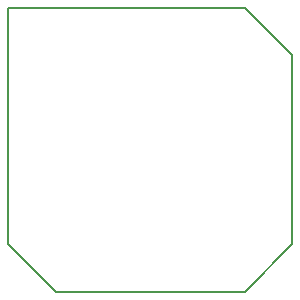
<source format=gbr>
G04 #@! TF.GenerationSoftware,KiCad,Pcbnew,5.1.5+dfsg1-2build2*
G04 #@! TF.CreationDate,2021-02-09T17:16:18+01:00*
G04 #@! TF.ProjectId,base2.0,62617365-322e-4302-9e6b-696361645f70,rev?*
G04 #@! TF.SameCoordinates,Original*
G04 #@! TF.FileFunction,Profile,NP*
%FSLAX46Y46*%
G04 Gerber Fmt 4.6, Leading zero omitted, Abs format (unit mm)*
G04 Created by KiCad (PCBNEW 5.1.5+dfsg1-2build2) date 2021-02-09 17:16:18*
%MOMM*%
%LPD*%
G04 APERTURE LIST*
G04 #@! TA.AperFunction,Profile*
%ADD10C,0.200000*%
G04 #@! TD*
G04 APERTURE END LIST*
D10*
G04 #@! TO.C,U2*
X158529501Y-118715501D02*
X158529501Y-102715501D01*
X158529501Y-102715501D02*
X154529501Y-98715501D01*
X154529501Y-98715501D02*
X134529501Y-98715501D01*
X134529501Y-98715501D02*
X134529501Y-118715501D01*
X134529501Y-118715501D02*
X138529501Y-122715501D01*
X138529501Y-122715501D02*
X154529501Y-122715501D01*
X154529501Y-122715501D02*
X158529501Y-118715501D01*
G04 #@! TD*
M02*

</source>
